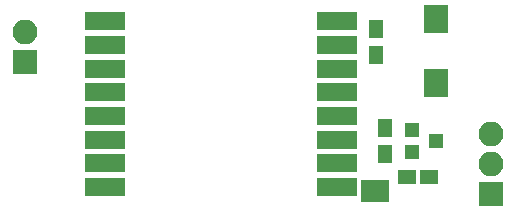
<source format=gts>
G04 #@! TF.GenerationSoftware,KiCad,Pcbnew,no-vcs-found-342f28f~58~ubuntu16.04.1*
G04 #@! TF.CreationDate,2017-05-04T10:38:14+03:00*
G04 #@! TF.ProjectId,ws281x_led_strip_controller,7773323831785F6C65645F7374726970,rev?*
G04 #@! TF.FileFunction,Soldermask,Top*
G04 #@! TF.FilePolarity,Negative*
%FSLAX46Y46*%
G04 Gerber Fmt 4.6, Leading zero omitted, Abs format (unit mm)*
G04 Created by KiCad (PCBNEW no-vcs-found-342f28f~58~ubuntu16.04.1) date Thu May  4 10:38:14 2017*
%MOMM*%
%LPD*%
G01*
G04 APERTURE LIST*
%ADD10C,0.100000*%
%ADD11R,2.400000X1.900000*%
%ADD12R,2.000000X2.400000*%
%ADD13R,1.300000X1.600000*%
%ADD14R,3.400000X1.600000*%
%ADD15R,1.600000X1.150000*%
%ADD16R,1.300000X1.200000*%
%ADD17O,2.100000X2.100000*%
%ADD18R,2.100000X2.100000*%
G04 APERTURE END LIST*
D10*
D11*
X106350000Y-90600000D03*
D12*
X111506000Y-76040000D03*
X111506000Y-81440000D03*
D13*
X106426000Y-76878000D03*
X106426000Y-79078000D03*
D14*
X103180000Y-76264000D03*
X103180000Y-78264000D03*
X103180000Y-80264000D03*
X103180000Y-82264000D03*
X103180000Y-84264000D03*
X103180000Y-86264000D03*
X103180000Y-88264000D03*
X103180000Y-90264000D03*
X83480000Y-90264000D03*
X83480000Y-88264000D03*
X83480000Y-86264000D03*
X83480000Y-84264000D03*
X83480000Y-82264000D03*
X83480000Y-80264000D03*
X83480000Y-78264000D03*
X83480000Y-76264000D03*
D15*
X110950000Y-89400000D03*
X109050000Y-89400000D03*
D13*
X107200000Y-87500000D03*
X107200000Y-85300000D03*
D16*
X111500000Y-86400000D03*
X109500000Y-87350000D03*
X109500000Y-85450000D03*
D17*
X76700000Y-77160000D03*
D18*
X76700000Y-79700000D03*
D17*
X116200000Y-85760000D03*
X116200000Y-88300000D03*
D18*
X116200000Y-90840000D03*
M02*

</source>
